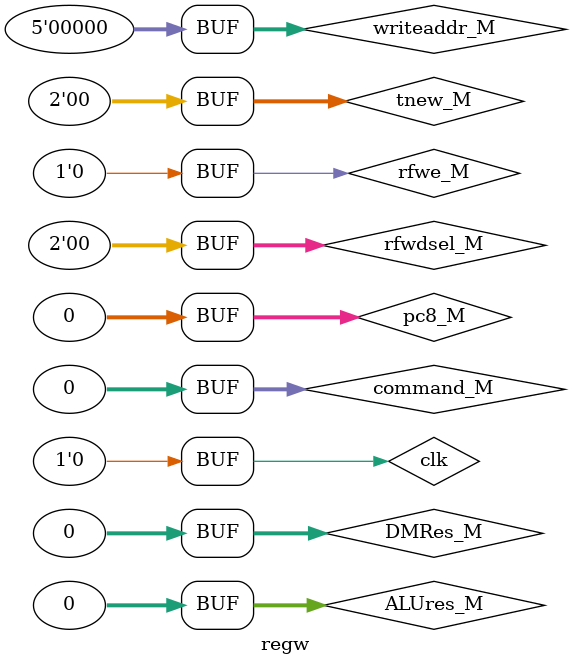
<source format=v>
`timescale 1ns / 1ps


module regw;

	// Inputs
	reg clk;
	reg rfwe_M;
	reg [1:0] rfwdsel_M;
	reg [1:0] tnew_M;
	reg [4:0] writeaddr_M;
	reg [31:0] ALUres_M;
	reg [31:0] DMRes_M;
	reg [31:0] pc8_M;
	reg [31:0] command_M;

	// Outputs
	wire rfwe_W;
	wire [1:0] rfwdsel_W;
	wire [1:0] tnew_W;
	wire [4:0] writeaddr_W;
	wire [31:0] ALUres_W;
	wire [31:0] DMRes_W;
	wire [31:0] pc8_W;
	wire [31:0] command_W;

	// Instantiate the Unit Under Test (UUT)
	FlowReg_W uut (
		.clk(clk), 
		.rfwe_M(rfwe_M), 
		.rfwdsel_M(rfwdsel_M), 
		.tnew_M(tnew_M), 
		.writeaddr_M(writeaddr_M), 
		.ALUres_M(ALUres_M), 
		.DMRes_M(DMRes_M), 
		.pc8_M(pc8_M), 
		.command_M(command_M), 
		.rfwe_W(rfwe_W), 
		.rfwdsel_W(rfwdsel_W), 
		.tnew_W(tnew_W), 
		.writeaddr_W(writeaddr_W), 
		.ALUres_W(ALUres_W), 
		.DMRes_W(DMRes_W), 
		.pc8_W(pc8_W), 
		.command_W(command_W)
	);

	initial begin
		// Initialize Inputs
		clk = 0;
		rfwe_M = 0;
		rfwdsel_M = 0;
		tnew_M = 0;
		writeaddr_M = 0;
		ALUres_M = 0;
		DMRes_M = 0;
		pc8_M = 0;
		command_M = 0;

		// Wait 100 ns for global reset to finish
		#100;
        
		// Add stimulus here

	end
      
endmodule


</source>
